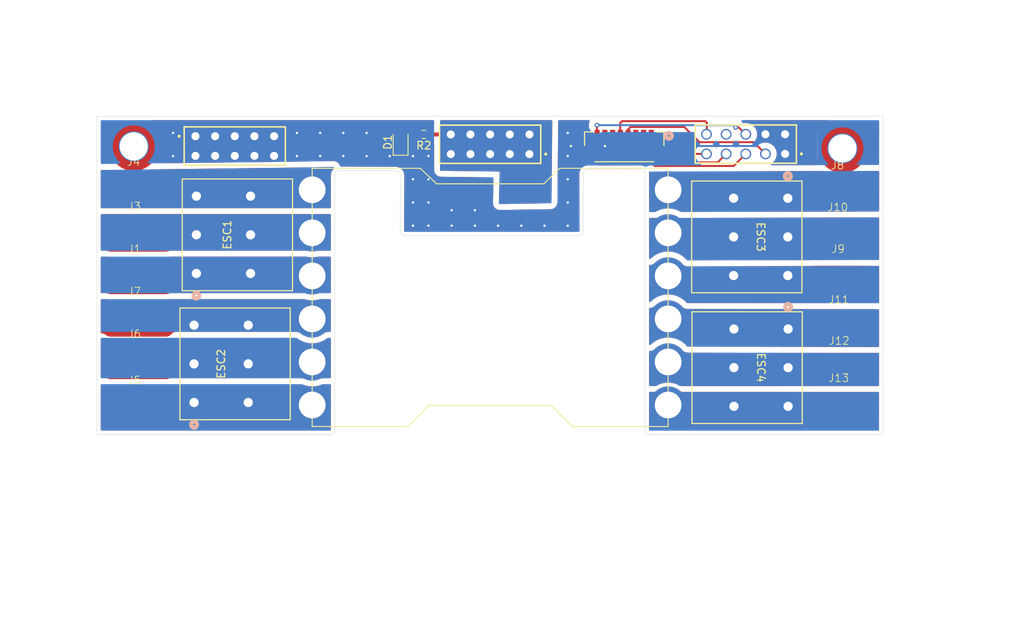
<source format=kicad_pcb>
(kicad_pcb (version 20240108) (generator "pcbnew") (generator_version "8.0")
  (layers (0 "F.Cu" signal) (31 "B.Cu" signal) (34 "B.Paste" user) (35 "F.Paste" user) (36 "B.SilkS" user "B.Silkscreen") (37 "F.SilkS" user "F.Silkscreen") (38 "B.Mask" user) (39 "F.Mask" user) (44 "Edge.Cuts" user))
  (net 0 "")
  (net 1 "ESC1B")
  (net 2 "ESC1A")
  (net 3 "ESC1C")
  (net 4 "ESC2A")
  (net 5 "ESC2C")
  (net 6 "ESC2B")
  (net 7 "ESC3A")
  (net 8 "ESC3B")
  (net 9 "ESC3C")
  (net 10 "ESC4A")
  (net 11 "+12V")
  (net 12 "GND")
  (net 13 "ESC4C")
  (net 14 "ESC4B")
  (net 15 "Net-(D1-Pad2)")
  (net 16 "PWM4")
  (net 17 "PWM2")
  (net 18 "PWM1")
  (net 19 "PWM3")
  (net 20 "Telemetry")
  (net 21 "+5V")
  (footprint "pad for esc connectors:Pad for ESC Adapter" (layer "F.Cu") (at 112.5 92.5)
    (property "Reference" "J3" (at -0.5 -4 0) (layer "F.SilkS") (effects (font (thickness 0.1))))
    (property "Value" "Pad for ESC")
    (pad "1" smd roundrect (at 0 0 90) (size 3.683 9.017) (layers "F.Cu" "F.Paste" "F.Mask") (net 1 "ESC1B"))
  )
  (footprint "pad for esc connectors:Pad for ESC Adapter" (layer "F.Cu") (at 203.54 104.57)
    (property "Reference" "J11" (at -0.5 -4 0) (layer "F.SilkS") (effects (font (thickness 0.1))))
    (property "Value" "Pad for ESC")
    (pad "1" smd roundrect (at 0 0 90) (size 3.683 9.017) (layers "F.Cu" "F.Paste" "F.Mask") (net 10 "ESC4A"))
  )
  (footprint "pad for esc connectors:Pad for ESC Adapter" (layer "F.Cu") (at 203.44 98.02)
    (property "Reference" "J9" (at -0.5 -4 0) (layer "F.SilkS") (effects (font (thickness 0.1))))
    (property "Value" "Pad for ESC")
    (pad "1" smd roundrect (at 0 0 90) (size 3.683 9.017) (layers "F.Cu" "F.Paste" "F.Mask") (net 9 "ESC3C"))
  )
  (footprint "Mounting Holes:6 32 Hole" (layer "F.Cu") (at 111.91 80.74)
    (property "Reference" "REF**" (hide yes))
    (property "Value" "6 32 Hole")
    (pad "1" thru_hole circle (at 0 0) (size 3.9 3.9) (drill 3.6576) (layers "*.Cu" "*.Mask"))
    (pad "1" connect circle (at 0 0) (size 6.35 6.35) (layers "F.Cu" "F.Mask"))
  )
  (footprint "Resistor_SMD:R_0603_1608Metric" (layer "F.Cu") (at 149.4 79.2 180)
    (property "Reference" "R2" (at 0 -1.43 360) (layer "F.SilkS"))
    (property "Value" "1K Ω")
    (fp_line (start -0.237258 0.5225) (end 0.237258 0.5225) (stroke (width 0.12)) (layer "F.SilkS"))
    (fp_line (start -0.237258 -0.5225) (end 0.237258 -0.5225) (stroke (width 0.12)) (layer "F.SilkS"))
    (pad "1" smd roundrect (at -0.825 0 180) (size 0.8 0.95) (layers "F.Cu" "F.Paste" "F.Mask") (net 11 "+12V"))
    (pad "2" smd roundrect (at 0.825 0 180) (size 0.8 0.95) (layers "F.Cu" "F.Paste" "F.Mask") (net 15 "Net-(D1-Pad2)"))
  )
  (footprint "Mounting Holes:6 32 Hole" (layer "F.Cu") (at 203.5 81)
    (property "Reference" "REF**" (hide yes))
    (property "Value" "6 32 Hole")
    (pad "1" thru_hole circle (at 0 0) (size 3.9 3.9) (drill 3.6576) (layers "*.Cu" "*.Mask"))
    (pad "1" connect circle (at 0 0) (size 6.35 6.35) (layers "F.Cu" "F.Mask"))
  )
  (footprint "KiCADv6:CONN3_1824750000_WED" (layer "F.Cu") (at 119.71 113.87 90)
    (property "Reference" "ESC2" (at 5 3.500001 90) (layer "F.SilkS"))
    (property "Value" "1824750000" (hide yes))
    (fp_circle (center -2.8613 0) (end -2.4803 0) (stroke (width 0.508)) (fill none) (layer "B.SilkS"))
    (fp_line (start 12.2263 -1.826999) (end -2.2263 -1.826999) (stroke (width 0.1524)) (layer "F.SilkS"))
    (fp_line (start -2.2263 -1.826999) (end -2.2263 12.422401) (stroke (width 0.1524)) (layer "F.SilkS"))
    (fp_line (start 12.2263 12.422401) (end 12.2263 -1.826999) (stroke (width 0.1524)) (layer "F.SilkS"))
    (fp_line (start -2.2263 12.422401) (end 12.2263 12.422401) (stroke (width 0.1524)) (layer "F.SilkS"))
    (fp_circle (center -2.8613 0) (end -2.4803 0) (stroke (width 0.508)) (fill none) (layer "F.SilkS"))
    (pad "1" thru_hole circle (at 0 0 90) (size 1.7018 1.7018) (drill 1.1938) (layers "*.Cu" "*.Mask") (net 5 "ESC2C"))
    (pad "2" thru_hole circle (at 0 7.000001 90) (size 1.7018 1.7018) (drill 1.1938) (layers "*.Cu" "*.Mask") (net 5 "ESC2C"))
    (pad "3" thru_hole circle (at 5 0 90) (size 1.7018 1.7018) (drill 1.1938) (layers "*.Cu" "*.Mask") (net 6 "ESC2B"))
    (pad "4" thru_hole circle (at 5 7.000001 90) (size 1.7018 1.7018) (drill 1.1938) (layers "*.Cu" "*.Mask") (net 6 "ESC2B"))
    (pad "5" thru_hole circle (at 10 0 90) (size 1.7018 1.7018) (drill 1.1938) (layers "*.Cu" "*.Mask") (net 4 "ESC2A"))
    (pad "6" thru_hole circle (at 10 7.000001 90) (size 1.7018 1.7018) (drill 1.1938) (layers "*.Cu" "*.Mask") (net 4 "ESC2A"))
  )
  (footprint "KiCADv6:CONN3_1824750000_WED" (layer "F.Cu") (at 120.01 97.18 90)
    (property "Reference" "ESC1" (at 5 3.99 90) (layer "F.SilkS"))
    (property "Value" "1824750000" (hide yes))
    (fp_circle (center -2.8613 0) (end -2.4803 0) (stroke (width 0.508)) (fill none) (layer "B.SilkS"))
    (fp_line (start 12.2263 -1.826999) (end -2.2263 -1.826999) (stroke (width 0.1524)) (layer "F.SilkS"))
    (fp_line (start -2.2263 -1.826999) (end -2.2263 12.422401) (stroke (width 0.1524)) (layer "F.SilkS"))
    (fp_line (start 12.2263 12.422401) (end 12.2263 -1.826999) (stroke (width 0.1524)) (layer "F.SilkS"))
    (fp_line (start -2.2263 12.422401) (end 12.2263 12.422401) (stroke (width 0.1524)) (layer "F.SilkS"))
    (fp_circle (center -2.8613 0) (end -2.4803 0) (stroke (width 0.508)) (fill none) (layer "F.SilkS"))
    (pad "1" thru_hole circle (at 0 0 90) (size 1.7018 1.7018) (drill 1.1938) (layers "*.Cu" "*.Mask") (net 3 "ESC1C"))
    (pad "2" thru_hole circle (at 0 7.000001 90) (size 1.7018 1.7018) (drill 1.1938) (layers "*.Cu" "*.Mask") (net 3 "ESC1C"))
    (pad "3" thru_hole circle (at 5 0 90) (size 1.7018 1.7018) (drill 1.1938) (layers "*.Cu" "*.Mask") (net 1 "ESC1B"))
    (pad "4" thru_hole circle (at 5 7.000001 90) (size 1.7018 1.7018) (drill 1.1938) (layers "*.Cu" "*.Mask") (net 1 "ESC1B"))
    (pad "5" thru_hole circle (at 10 0 90) (size 1.7018 1.7018) (drill 1.1938) (layers "*.Cu" "*.Mask") (net 2 "ESC1A"))
    (pad "6" thru_hole circle (at 10 7.000001 90) (size 1.7018 1.7018) (drill 1.1938) (layers "*.Cu" "*.Mask") (net 2 "ESC1A"))
  )
  (footprint "Custom:PWM, 12V, GND JST Connector" (layer "F.Cu") (at 157.97 80.47)
    (property "Reference" "J2" (hide yes))
    (property "Value" "PWM Connector")
    (fp_line (start -39.54 -2.25) (end -26.46 -2.25) (stroke (width 0.2)) (layer "F.SilkS"))
    (fp_line (start -39.54 2.7) (end -39.54 -2.25) (stroke (width 0.2)) (layer "F.SilkS"))
    (fp_line (start -39.54 2.7) (end -26.46 2.7) (stroke (width 0.2)) (layer "F.SilkS"))
    (fp_line (start -26.46 -2.25) (end -26.46 2.7) (stroke (width 0.2)) (layer "F.SilkS"))
    (fp_line (start -6.54 2.475) (end -6.54 -2.475) (stroke (width 0.2)) (layer "F.SilkS"))
    (fp_line (start 6.54 -2.475) (end -6.54 -2.475) (stroke (width 0.2)) (layer "F.SilkS"))
    (fp_line (start 6.54 -2.475) (end 6.54 2.475) (stroke (width 0.2)) (layer "F.SilkS"))
    (fp_line (start 6.54 2.475) (end -6.54 2.475) (stroke (width 0.2)) (layer "F.SilkS"))
    (fp_line (start 26.5 2.45) (end 26.5 -2.5) (stroke (width 0.2)) (layer "F.SilkS"))
    (fp_line (start 39.58 -2.5) (end 26.5 -2.5) (stroke (width 0.2)) (layer "F.SilkS"))
    (fp_line (start 39.58 -2.5) (end 39.58 2.45) (stroke (width 0.2)) (layer "F.SilkS"))
    (fp_line (start 39.58 2.45) (end 26.5 2.45) (stroke (width 0.2)) (layer "F.SilkS"))
    (fp_circle (center -40.19 -1.045) (end -40.29 -1.045) (stroke (width 0.2)) (fill none) (layer "F.SilkS"))
    (fp_circle (center 7.19 1.27) (end 7.29 1.27) (stroke (width 0.2)) (fill none) (layer "F.SilkS"))
    (fp_circle (center 40.23 1.245) (end 40.33 1.245) (stroke (width 0.2)) (fill none) (layer "F.SilkS"))
    (pad "01" thru_hole circle (at -5.08 -1.27) (size 1.39 1.39) (drill 1.04) (layers "*.Cu" "*.Mask") (net 11 "+12V"))
    (pad "01" thru_hole circle (at -5.08 1.27) (size 1.39 1.39) (drill 1.04) (layers "*.Cu" "*.Mask") (net 11 "+12V"))
    (pad "01" thru_hole circle (at -2.54 -1.27) (size 1.39 1.39) (drill 1.04) (layers "*.Cu" "*.Mask") (net 11 "+12V"))
    (pad "01" thru_hole circle (at -2.54 1.27) (size 1.39 1.39) (drill 1.04) (layers "*.Cu" "*.Mask") (net 11 "+12V"))
    (pad "01" thru_hole circle (at 0 -1.27) (size 1.39 1.39) (drill 1.04) (layers "*.Cu" "*.Mask") (net 11 "+12V"))
    (pad "01" thru_hole circle (at 0 1.27) (size 1.39 1.39) (drill 1.04) (layers "*.Cu" "*.Mask") (net 11 "+12V"))
    (pad "01" thru_hole circle (at 2.54 -1.27) (size 1.39 1.39) (drill 1.04) (layers "*.Cu" "*.Mask") (net 11 "+12V"))
    (pad "01" thru_hole circle (at 2.54 1.27) (size 1.39 1.39) (drill 1.04) (layers "*.Cu" "*.Mask") (net 11 "+12V"))
    (pad "01" thru_hole circle (at 5.08 -1.27) (size 1.39 1.39) (drill 1.04) (layers "*.Cu" "*.Mask") (net 11 "+12V"))
    (pad "01" thru_hole rect (at 5.08 1.27) (size 1.39 1.39) (drill 1.04) (layers "*.Cu" "*.Mask") (net 11 "+12V"))
    (pad "03" thru_hole rect (at -38.08 -1.045 180) (size 1.39 1.39) (drill 1.04) (layers "*.Cu" "*.Mask") (net 12 "GND"))
    (pad "03" thru_hole circle (at -38.08 1.495 180) (size 1.39 1.39) (drill 1.04) (layers "*.Cu" "*.Mask") (net 12 "GND"))
    (pad "03" thru_hole circle (at -35.54 -1.045 180) (size 1.39 1.39) (drill 1.04) (layers "*.Cu" "*.Mask") (net 12 "GND"))
    (pad "03" thru_hole circle (at -35.54 1.495 180) (size 1.39 1.39) (drill 1.04) (layers "*.Cu" "*.Mask") (net 12 "GND"))
    (pad "03" thru_hole circle (at -33 -1.045 180) (size 1.39 1.39) (drill 1.04) (layers "*.Cu" "*.Mask") (net 12 "GND"))
    (pad "03" thru_hole circle (at -33 1.495 180) (size 1.39 1.39) (drill 1.04) (layers "*.Cu" "*.Mask") (net 12 "GND"))
    (pad "03" thru_hole circle (at -30.46 -1.045 180) (size 1.39 1.39) (drill 1.04) (layers "*.Cu" "*.Mask") (net 12 "GND"))
    (pad "03" thru_hole circle (at -30.46 1.495 180) (size 1.39 1.39) (drill 1.04) (layers "*.Cu" "*.Mask") (net 12 "GND"))
    (pad "03" thru_hole circle (at -27.92 -1.045 180) (size 1.39 1.39) (drill 1.04) (layers "*.Cu" "*.Mask") (net 12 "GND"))
    (pad "03" thru_hole circle (at -27.92 1.495 180) (size 1.39 1.39) (drill 1.04) (layers "*.Cu" "*.Mask") (net 12 "GND"))
    (pad "03" thru_hole circle (at 35.58 -1.295) (size 1.39 1.39) (drill 1.04) (layers "*.Cu" "*.Mask") (net 12 "GND"))
    (pad "03" thru_hole circle (at 38.12 -1.295) (size 1.39 1.39) (drill 1.04) (layers "*.Cu" "*.Mask") (net 12 "GND"))
    (pad "03" thru_hole rect (at 38.12 1.245) (size 1.39 1.39) (drill 1.04) (layers "*.Cu" "*.Mask") (net 12 "GND"))
    (pad "04" thru_hole circle (at 35.58 1.245) (size 1.39 1.39) (drill 1.04) (layers "*.Cu" "*.Mask") (net 18 "PWM1"))
    (pad "05" thru_hole circle (at 33.04 -1.295) (size 1.39 1.39) (drill 1.04) (layers "*.Cu" "*.Mask") (net 20 "Telemetry"))
    (pad "06" thru_hole circle (at 33.04 1.245) (size 1.39 1.39) (drill 1.04) (layers "*.Cu" "*.Mask") (net 17 "PWM2"))
    (pad "07" thru_hole circle (at 30.5 -1.295) (size 1.39 1.39) (drill 1.04) (layers "*.Cu" "*.Mask"))
    (pad "08" thru_hole circle (at 30.5 1.245) (size 1.39 1.39) (drill 1.04) (layers "*.Cu" "*.Mask") (net 19 "PWM3"))
    (pad "09" thru_hole circle (at 27.96 -1.295) (size 1.39 1.39) (drill 1.04) (layers "*.Cu" "*.Mask") (net 21 "+5V"))
    (pad "10" thru_hole circle (at 27.96 1.245) (size 1.39 1.39) (drill 1.04) (layers "*.Cu" "*.Mask") (net 16 "PWM4"))
  )
  (footprint "pad for esc connectors:Pad for ESC Adapter" (layer "F.Cu") (at 203.4 92.61)
    (property "Reference" "J10" (at -0.5 -4 0) (layer "F.SilkS") (effects (font (thickness 0.1))))
    (property "Value" "Pad for ESC")
    (pad "1" smd roundrect (at 0 0 90) (size 3.683 9.017) (layers "F.Cu" "F.Paste" "F.Mask") (net 8 "ESC3B"))
  )
  (footprint "LUMENIER:LUMENIER" (layer "F.Cu") (at 134.975 116.975)
    (property "Reference" "ESC5" (hide yes))
    (property "Value" "LUMENIER")
    (fp_line (start 0 -33.4) (end 0 0) (stroke (width 0.127)) (layer "F.SilkS"))
    (fp_line (start 0 -33.4) (end 13.97 -33.4) (stroke (width 0.127)) (layer "F.SilkS"))
    (fp_line (start 0 0) (end 12.38 0) (stroke (width 0.127)) (layer "F.SilkS"))
    (fp_line (start 12.38 0) (end 15.05 -2.7) (stroke (width 0.127)) (layer "F.SilkS"))
    (fp_line (start 13.97 -33.4) (end 16.08 -31.39) (stroke (width 0.127)) (layer "F.SilkS"))
    (fp_line (start 15.05 -2.7) (end 16.51 -2.7) (stroke (width 0.127)) (layer "F.SilkS"))
    (fp_line (start 16.08 -31.39) (end 16.77 -31.39) (stroke (width 0.127)) (layer "F.SilkS"))
    (fp_line (start 16.51 -2.7) (end 27.94 -2.7) (stroke (width 0.127)) (layer "F.SilkS"))
    (fp_line (start 16.77 -31.39) (end 20.25 -31.39) (stroke (width 0.127)) (layer "F.SilkS"))
    (fp_line (start 20.25 -31.39) (end 29.93 -31.39) (stroke (width 0.127)) (layer "F.SilkS"))
    (fp_line (start 27.94 -2.7) (end 30.95 -2.7) (stroke (width 0.127)) (layer "F.SilkS"))
    (fp_line (start 29.93 -31.39) (end 31.98 -33.4) (stroke (width 0.127)) (layer "F.SilkS"))
    (fp_line (start 30.95 -2.7) (end 33.62 0) (stroke (width 0.127)) (layer "F.SilkS"))
    (fp_line (start 31.98 -33.4) (end 46 -33.4) (stroke (width 0.127)) (layer "F.SilkS"))
    (fp_line (start 33.62 0) (end 46 0) (stroke (width 0.127)) (layer "F.SilkS"))
    (fp_line (start 46 0) (end 46 -33.4) (stroke (width 0.127)) (layer "F.SilkS"))
    (pad "1" thru_hole circle (at 0 -30.62) (size 4.8 4.8) (drill 3.4544) (layers "*.Cu" "*.Mask") (net 2 "ESC1A"))
    (pad "2" thru_hole circle (at 0 -25.05) (size 4.8 4.8) (drill 3.4544) (layers "*.Cu" "*.Mask") (net 1 "ESC1B"))
    (pad "3" thru_hole circle (at 0 -19.48) (size 4.8 4.8) (drill 3.4544) (layers "*.Cu" "*.Mask") (net 3 "ESC1C"))
    (pad "4" thru_hole circle (at 0 -13.92) (size 4.8 4.8) (drill 3.4544) (layers "*.Cu" "*.Mask") (net 4 "ESC2A"))
    (pad "5" thru_hole circle (at 0 -8.35) (size 4.8 4.8) (drill 3.4544) (layers "*.Cu" "*.Mask") (net 6 "ESC2B"))
    (pad "6" thru_hole circle (at 0 -2.78) (size 4.8 4.8) (drill 3.4544) (layers "*.Cu" "*.Mask") (net 5 "ESC2C"))
    (pad "7" thru_hole circle (at 46 -2.78) (size 4.8 4.8) (drill 3.4544) (layers "*.Cu" "*.Mask") (net 13 "ESC4C"))
    (pad "8" thru_hole circle (at 46 -8.35) (size 4.8 4.8) (drill 3.4544) (layers "*.Cu" "*.Mask") (net 14 "ESC4B"))
    (pad "9" thru_hole circle (at 46 -13.92) (size 4.8 4.8) (drill 3.4544) (layers "*.Cu" "*.Mask") (net 10 "ESC4A"))
    (pad "10" thru_hole circle (at 46 -19.48) (size 4.8 4.8) (drill 3.4544) (layers "*.Cu" "*.Mask") (net 9 "ESC3C"))
    (pad "11" thru_hole circle (at 46 -25.05) (size 4.8 4.8) (drill 3.4544) (layers "*.Cu" "*.Mask") (net 8 "ESC3B"))
    (pad "12" thru_hole circle (at 46 -30.62) (size 4.8 4.8) (drill 3.4544) (layers "*.Cu" "*.Mask") (net 7 "ESC3A"))
    (pad "GND" smd rect (at 18.51 -30.37) (size 4 2) (layers "F.Cu" "F.Paste" "F.Mask") (net 12 "GND"))
    (pad "VIN" smd rect (at 27.49 -30.37) (size 4 2) (layers "F.Cu" "F.Paste" "F.Mask") (net 11 "+12V"))
  )
  (footprint "pad for esc connectors:Pad for ESC Adapter" (layer "F.Cu") (at 112.5 98)
    (property "Reference" "J1" (at -0.5 -4 0) (layer "F.SilkS") (effects (font (thickness 0.1))))
    (property "Value" "Pad for ESC")
    (pad "1" smd roundrect (at 0 0 90) (size 3.683 9.017) (layers "F.Cu" "F.Paste" "F.Mask") (net 3 "ESC1C"))
  )
  (footprint "Custom:CONN_BM08B-SRSS-TBLFSN_JST" (layer "F.Cu") (at 175.3 80.8)
    (property "Reference" "BM08B-SRSS-TBLFSN1" (hide yes))
    (property "Value" "ESC Port" (hide yes))
    (fp_circle (center 5.7658 -1.4284) (end 6.1468 -1.4284) (stroke (width 0.508)) (fill none) (layer "B.SilkS"))
    (fp_line (start -5.1308 -1.9304) (end -5.1308 -0.188641) (stroke (width 0.1524)) (layer "F.SilkS"))
    (fp_line (start -4.162941 -1.9304) (end -5.1308 -1.9304) (stroke (width 0.1524)) (layer "F.SilkS"))
    (fp_line (start -3.819561 1.9304) (end 3.819561 1.9304) (stroke (width 0.1524)) (layer "F.SilkS"))
    (fp_line (start 5.1308 -1.9304) (end 4.162941 -1.9304) (stroke (width 0.1524)) (layer "F.SilkS"))
    (fp_line (start 5.1308 -0.188641) (end 5.1308 -1.9304) (stroke (width 0.1524)) (layer "F.SilkS"))
    (fp_circle (center 5.7658 -1.4284) (end 6.1468 -1.4284) (stroke (width 0.508)) (fill none) (layer "F.SilkS"))
    (pad "1" smd rect (at 3.500001 -1.4284) (size 0.6604 1.5494) (layers "F.Cu" "F.Paste" "F.Mask") (net 16 "PWM4"))
    (pad "2" smd rect (at 2.5 -1.4284) (size 0.6604 1.5494) (layers "F.Cu" "F.Paste" "F.Mask") (net 19 "PWM3"))
    (pad "3" smd rect (at 1.5 -1.4284) (size 0.6604 1.5494) (layers "F.Cu" "F.Paste" "F.Mask") (net 17 "PWM2"))
    (pad "4" smd rect (at 0.499999 -1.4284) (size 0.6604 1.5494) (layers "F.Cu" "F.Paste" "F.Mask") (net 18 "PWM1"))
    (pad "5" smd rect (at -0.499999 -1.4284) (size 0.6604 1.5494) (layers "F.Cu" "F.Paste" "F.Mask") (net 21 "+5V"))
    (pad "6" smd rect (at -1.5 -1.4284) (size 0.6604 1.5494) (layers "F.Cu" "F.Paste" "F.Mask"))
    (pad "7" smd rect (at -2.5 -1.4284) (size 0.6604 1.5494) (layers "F.Cu" "F.Paste" "F.Mask") (net 12 "GND"))
    (pad "8" smd rect (at -3.500001 -1.4284) (size 0.6604 1.5494) (layers "F.Cu" "F.Paste" "F.Mask") (net 20 "Telemetry"))
    (pad "9" smd rect (at -4.800001 1.096599 90) (size 1.905 1.2954) (layers "F.Cu" "F.Paste" "F.Mask"))
    (pad "10" smd rect (at 4.800001 1.096599 90) (size 1.905 1.2954) (layers "F.Cu" "F.Paste" "F.Mask"))
  )
  (footprint "pad for esc connectors:Pad for ESC Adapter" (layer "F.Cu") (at 112.5 115)
    (property "Reference" "J5" (at -0.5 -4 0) (layer "F.SilkS") (effects (font (thickness 0.1))))
    (property "Value" "Pad for ESC")
    (pad "1" smd roundrect (at 0 0 90) (size 3.683 9.017) (layers "F.Cu" "F.Paste" "F.Mask") (net 5 "ESC2C"))
  )
  (footprint "pad for esc connectors:Pad for ESC Adapter" (layer "F.Cu") (at 112.39 86.75)
    (property "Reference" "J4" (at -0.5 -4 0) (layer "F.SilkS") (effects (font (thickness 0.1))))
    (property "Value" "Pad for ESC")
    (pad "1" smd roundrect (at 0 0 90) (size 3.683 9.017) (layers "F.Cu" "F.Paste" "F.Mask") (net 2 "ESC1A"))
  )
  (footprint "KiCADv6:CONN3_1824750000_WED" (layer "F.Cu") (at 196.480001 104.36 -90)
    (property "Reference" "ESC4" (at 5 3.500001 -90) (layer "F.SilkS"))
    (property "Value" "1824750000" (hide yes))
    (fp_circle (center -2.8613 0) (end -2.4803 0) (stroke (width 0.508)) (fill none) (layer "B.SilkS"))
    (fp_line (start -2.2263 12.422401) (end 12.2263 12.422401) (stroke (width 0.1524)) (layer "F.SilkS"))
    (fp_line (start 12.2263 12.422401) (end 12.2263 -1.826999) (stroke (width 0.1524)) (layer "F.SilkS"))
    (fp_line (start -2.2263 -1.826999) (end -2.2263 12.422401) (stroke (width 0.1524)) (layer "F.SilkS"))
    (fp_line (start 12.2263 -1.826999) (end -2.2263 -1.826999) (stroke (width 0.1524)) (layer "F.SilkS"))
    (fp_circle (center -2.8613 0) (end -2.4803 0) (stroke (width 0.508)) (fill none) (layer "F.SilkS"))
    (pad "1" thru_hole circle (at 0 0 270) (size 1.7018 1.7018) (drill 1.1938) (layers "*.Cu" "*.Mask") (net 10 "ESC4A"))
    (pad "2" thru_hole circle (at 0 7.000001 270) (size 1.7018 1.7018) (drill 1.1938) (layers "*.Cu" "*.Mask") (net 10 "ESC4A"))
    (pad "3" thru_hole circle (at 5 0 270) (size 1.7018 1.7018) (drill 1.1938) (layers "*.Cu" "*.Mask") (net 14 "ESC4B"))
    (pad "4" thru_hole circle (at 5 7.000001 270) (size 1.7018 1.7018) (drill 1.1938) (layers "*.Cu" "*.Mask") (net 14 "ESC4B"))
    (pad "5" thru_hole circle (at 10 0 270) (size 1.7018 1.7018) (drill 1.1938) (layers "*.Cu" "*.Mask") (net 13 "ESC4C"))
    (pad "6" thru_hole circle (at 10 7.000001 270) (size 1.7018 1.7018) (drill 1.1938) (layers "*.Cu" "*.Mask") (net 13 "ESC4C"))
  )
  (footprint "pad for esc connectors:Pad for ESC Adapter" (layer "F.Cu") (at 112.5 103.5)
    (property "Reference" "J7" (at -0.5 -4 0) (layer "F.SilkS") (effects (font (thickness 0.1))))
    (property "Value" "Pad for ESC")
    (pad "1" smd roundrect (at 0 0 90) (size 3.683 9.017) (layers "F.Cu" "F.Paste" "F.Mask") (net 4 "ESC2A"))
  )
  (footprint "Diode_SMD:D_0805_2012Metric" (layer "F.Cu") (at 146.4 80.2 90)
    (property "Reference" "D1" (at 0 -1.65 90) (layer "F.SilkS"))
    (property "Value" "RED LED")
    (fp_line (start 1 -0.96) (end -1.685 -0.96) (stroke (width 0.12)) (layer "F.SilkS"))
    (fp_line (start -1.685 -0.96) (end -1.685 0.96) (stroke (width 0.12)) (layer "F.SilkS"))
    (fp_line (start -1.685 0.96) (end 1 0.96) (stroke (width 0.12)) (layer "F.SilkS"))
    (pad "1" smd roundrect (at -0.9375 0 90) (size 0.975 1.4) (layers "F.Cu" "F.Paste" "F.Mask") (net 12 "GND"))
    (pad "2" smd roundrect (at 0.9375 0 90) (size 0.975 1.4) (layers "F.Cu" "F.Paste" "F.Mask") (net 15 "Net-(D1-Pad2)"))
  )
  (footprint "pad for esc connectors:Pad for ESC Adapter" (layer "F.Cu") (at 203.59 109.89)
    (property "Reference" "J12" (at -0.5 -4 0) (layer "F.SilkS") (effects (font (thickness 0.1))))
    (property "Value" "Pad for ESC")
    (pad "1" smd roundrect (at 0 0 90) (size 3.683 9.017) (layers "F.Cu" "F.Paste" "F.Mask") (net 14 "ESC4B"))
  )
  (footprint "pad for esc connectors:Pad for ESC Adapter" (layer "F.Cu") (at 203.53 114.7)
    (property "Reference" "J13" (at -0.5 -4 0) (layer "F.SilkS") (effects (font (thickness 0.1))))
    (property "Value" "Pad for ESC")
    (pad "1" smd roundrect (at 0 0 90) (size 3.683 9.017) (layers "F.Cu" "F.Paste" "F.Mask") (net 13 "ESC4C"))
  )
  (footprint "pad for esc connectors:Pad for ESC Adapter" (layer "F.Cu") (at 112.5 109)
    (property "Reference" "J6" (at -0.5 -4 0) (layer "F.SilkS") (effects (font (thickness 0.1))))
    (property "Value" "Pad for ESC")
    (pad "1" smd roundrect (at 0 0 90) (size 3.683 9.017) (layers "F.Cu" "F.Paste" "F.Mask") (net 6 "ESC2B"))
  )
  (footprint "KiCADv6:CONN3_1824750000_WED" (layer "F.Cu") (at 196.44 87.45 -90)
    (property "Reference" "ESC3" (at 5 3.500001 -90) (layer "F.SilkS"))
    (property "Value" "1824750000" (hide yes))
    (fp_circle (center -2.8613 0) (end -2.4803 0) (stroke (width 0.508)) (fill none) (layer "B.SilkS"))
    (fp_line (start -2.2263 12.422401) (end 12.2263 12.422401) (stroke (width 0.1524)) (layer "F.SilkS"))
    (fp_line (start 12.2263 12.422401) (end 12.2263 -1.826999) (stroke (width 0.1524)) (layer "F.SilkS"))
    (fp_line (start -2.2263 -1.826999) (end -2.2263 12.422401) (stroke (width 0.1524)) (layer "F.SilkS"))
    (fp_line (start 12.2263 -1.826999) (end -2.2263 -1.826999) (stroke (width 0.1524)) (layer "F.SilkS"))
    (fp_circle (center -2.8613 0) (end -2.4803 0) (stroke (width 0.508)) (fill none) (layer "F.SilkS"))
    (pad "1" thru_hole circle (at 0 0 270) (size 1.7018 1.7018) (drill 1.1938) (layers "*.Cu" "*.Mask") (net 7 "ESC3A"))
    (pad "2" thru_hole circle (at 0 7.000001 270) (size 1.7018 1.7018) (drill 1.1938) (layers "*.Cu" "*.Mask") (net 7 "ESC3A"))
    (pad "3" thru_hole circle (at 5 0 270) (size 1.7018 1.7018) (drill 1.1938) (layers "*.Cu" "*.Mask") (net 8 "ESC3B"))
    (pad "4" thru_hole circle (at 5 7.000001 270) (size 1.7018 1.7018) (drill 1.1938) (layers "*.Cu" "*.Mask") (net 8 "ESC3B"))
    (pad "5" thru_hole circle (at 10 0 270) (size 1.7018 1.7018) (drill 1.1938) (layers "*.Cu" "*.Mask") (net 9 "ESC3C"))
    (pad "6" thru_hole circle (at 10 7.000001 270) (size 1.7018 1.7018) (drill 1.1938) (layers "*.Cu" "*.Mask") (net 9 "ESC3C"))
  )
  (footprint "pad for esc connectors:Pad for ESC Adapter" (layer "F.Cu") (at 203.37 87.21)
    (property "Reference" "J8" (at -0.5 -4 0) (layer "F.SilkS") (effects (font (thickness 0.1))))
    (property "Value" "Pad for ESC")
    (pad "1" smd roundrect (at 0 0 90) (size 3.683 9.017) (layers "F.Cu" "F.Paste" "F.Mask") (net 7 "ESC3A"))
  )
  (gr_arc (start 137.884001 84.493935) (mid 138.068652 84.046191) (end 138.515336 83.85899) (stroke (width 0.05)) (layer "Edge.Cuts"))
  (gr_line (start 107.15 118) (end 107.15 76.852) (stroke (width 0.05)) (layer "Edge.Cuts"))
  (gr_arc (start 178.630105 118.005533) (mid 178.200862 117.824825) (end 178.01 117.4) (stroke (width 0.05)) (layer "Edge.Cuts"))
  (gr_line (start 170.03 91.64) (end 169.989186 84.355661) (stroke (width 0.05)) (layer "Edge.Cuts"))
  (gr_line (start 145.700525 83.887754) (end 138.515297 83.851833) (stroke (width 0.05)) (layer "Edge.Cuts"))
  (gr_line (start 178.016 84.343286) (end 178.01 117.4) (stroke (width 0.05)) (layer "Edge.Cuts"))
  (gr_line (start 137.249 118) (end 107.15 118) (stroke (width 0.05)) (layer "Edge.Cuts"))
  (gr_line (start 137.884 84.493154) (end 137.884 117.365) (stroke (width 0.05)) (layer "Edge.Cuts"))
  (gr_line (start 146.378901 84.508446) (end 146.361101 91.673115) (stroke (width 0.05)) (layer "Edge.Cuts"))
  (gr_arc (start 147 92.3) (mid 146.552514 92.117047) (end 146.361101 91.673115) (stroke (width 0.05)) (layer "Edge.Cuts"))
  (gr_line (start 178.63 118.01) (end 208.729 118.01) (stroke (width 0.05)) (layer "Edge.Cuts"))
  (gr_line (start 170.621311 83.718812) (end 177.378128 83.708291) (stroke (width 0.05)) (layer "Edge.Cuts"))
  (gr_arc (start 145.700525 83.887754) (mid 146.173901 84.051441) (end 146.3789 84.508446) (stroke (width 0.05)) (layer "Edge.Cuts"))
  (gr_line (start 208.729 118.01) (end 208.75 76.852) (stroke (width 0.05)) (layer "Edge.Cuts"))
  (gr_line (start 208.75 76.852) (end 107.15 76.852) (stroke (width 0.05)) (layer "Edge.Cuts"))
  (gr_arc (start 177.378128 83.708291) (mid 177.82901 83.893245) (end 178.016 84.343286) (stroke (width 0.05)) (layer "Edge.Cuts"))
  (gr_arc (start 137.884 117.365) (mid 137.698013 117.814013) (end 137.249 118) (stroke (width 0.05)) (layer "Edge.Cuts"))
  (gr_line (start 147 92.2952) (end 169.365004 92.295199) (stroke (width 0.05)) (layer "Edge.Cuts"))
  (gr_arc (start 169.989186 84.355661) (mid 170.173497 83.906478) (end 170.621311 83.718812) (stroke (width 0.05)) (layer "Edge.Cuts"))
  (gr_arc (start 170.03 91.64) (mid 169.824767 92.102394) (end 169.355779 92.292075) (stroke (width 0.05)) (layer "Edge.Cuts"))
  (segment (start 133.97 108) (end 134.99 109.02) (width 0.2) (layer "F.Cu") (net 6))
  (segment (start 182.1972 87.9572) (end 180.99 86.75) (width 0.2) (layer "F.Cu") (net 7))
  (segment (start 181.662801 104.122801) (end 180.99 103.45) (width 0.2) (layer "F.Cu") (net 10))
  (segment (start 152.89 79.2) (end 150.225 79.2) (width 0.508) (layer "F.Cu") (net 11))
  (segment (start 172.8 80.7) (end 172.8 79.3716) (width 0.254) (layer "F.Cu") (net 12))
  (segment (start 153.41 86.69) (end 152.22 86.69) (width 0.254) (layer "F.Cu") (net 12))
  (via (at 136 82) (size 0.6) (drill 0.3) (layers "F.Cu" "B.Cu") (net 12))
  (via (at 150 82) (size 0.6) (drill 0.3) (layers "F.Cu" "B.Cu") (net 12))
  (via (at 153 89) (size 0.6) (drill 0.3) (layers "F.Cu" "B.Cu") (net 12))
  (via (at 139 82) (size 0.6) (drill 0.3) (layers "F.Cu" "B.Cu") (net 12))
  (via (at 133 79) (size 0.6) (drill 0.3) (layers "F.Cu" "B.Cu") (net 12))
  (via (at 148 88) (size 0.6) (drill 0.3) (layers "F.Cu" "B.Cu") (net 12))
  (via (at 156 91) (size 0.6) (drill 0.3) (layers "F.Cu" "B.Cu") (net 12))
  (via (at 168 85) (size 0.6) (drill 0.3) (layers "F.Cu" "B.Cu") (net 12))
  (via (at 150 88) (size 0.6) (drill 0.3) (layers "F.Cu" "B.Cu") (net 12))
  (via (at 148 82) (size 0.6) (drill 0.3) (layers "F.Cu" "B.Cu") (net 12))
  (via (at 168 82) (size 0.6) (drill 0.3) (layers "F.Cu" "B.Cu") (net 12))
  (via (at 168 88) (size 0.6) (drill 0.3) (layers "F.Cu" "B.Cu") (net 12))
  (via (at 117 79) (size 0.6) (drill 0.3) (layers "F.Cu" "B.Cu") (net 12))
  (via (at 148 85) (size 0.6) (drill 0.3) (layers "F.Cu" "B.Cu") (net 12))
  (via (at 142 82) (size 0.6) (drill 0.3) (layers "F.Cu" "B.Cu") (net 12))
  (via (at 162 91) (size 0.6) (drill 0.3) (layers "F.Cu" "B.Cu") (net 12))
  (via (at 153 91) (size 0.6) (drill 0.3) (layers "F.Cu" "B.Cu") (net 12))
  (via (at 168 91) (size 0.6) (drill 0.3) (layers "F.Cu" "B.Cu") (net 12))
  (via (at 156 89) (size 0.6) (drill 0.3) (layers "F.Cu" "B.Cu") (net 12))
  (via (at 139 79) (size 0.6) (drill 0.3) (layers "F.Cu" "B.Cu") (net 12))
  (via (at 136 79) (size 0.6) (drill 0.3) (layers "F.Cu" "B.Cu") (net 12))
  (via (at 148 91) (size 0.6) (drill 0.3) (layers "F.Cu" "B.Cu") (net 12))
  (via (at 165 91) (size 0.6) (drill 0.3) (layers "F.Cu" "B.Cu") (net 12))
  (via (at 133 82) (size 0.6) (drill 0.3) (layers "F.Cu" "B.Cu") (net 12))
  (via (at 168 79) (size 0.6) (drill 0.3) (layers "F.Cu" "B.Cu") (net 12))
  (via (at 150 91) (size 0.6) (drill 0.3) (layers "F.Cu" "B.Cu") (net 12))
  (via (at 145 82) (size 0.6) (drill 0.3) (layers "F.Cu" "B.Cu") (net 12))
  (via (at 159 91) (size 0.6) (drill 0.3) (layers "F.Cu" "B.Cu") (net 12))
  (via (at 150 85) (size 0.6) (drill 0.3) (layers "F.Cu" "B.Cu") (net 12))
  (via (at 117 82) (size 0.6) (drill 0.3) (layers "F.Cu" "B.Cu") (net 12))
  (via (at 168.4 80.7) (size 0.6) (drill 0.3) (layers "F.Cu" "B.Cu") (net 12))
  (via (at 142 79) (size 0.6) (drill 0.3) (layers "F.Cu" "B.Cu") (net 12))
  (via (at 172.8 80.7) (size 0.6) (drill 0.3) (layers "F.Cu" "B.Cu") (net 12))
  (segment (start 172.793 80.693) (end 168.507 80.693) (width 0.254) (layer "B.Cu") (net 12))
  (segment (start 193.55 79.175) (end 192.032 80.693) (width 0.254) (layer "B.Cu") (net 12))
  (segment (start 168.4 80.7) (end 168.4 80.8) (width 0.254) (layer "B.Cu") (net 12))
  (segment (start 192.032 80.693) (end 172.807 80.693) (width 0.254) (layer "B.Cu") (net 12))
  (segment (start 168.507 80.693) (end 168.5 80.7) (width 0.254) (layer "B.Cu") (net 12))
  (segment (start 168.5 80.7) (end 168.4 80.7) (width 0.254) (layer "B.Cu") (net 12))
  (segment (start 168.4 80.8) (end 168.5 80.7) (width 0.254) (layer "B.Cu") (net 12))
  (segment (start 172.8 80.7) (end 172.793 80.693) (width 0.254) (layer "B.Cu") (net 12))
  (segment (start 172.807 80.693) (end 172.8 80.7) (width 0.254) (layer "B.Cu") (net 12))
  (segment (start 148.575 79.2) (end 146.4625 79.2) (width 0.508) (layer "F.Cu") (net 15))
  (segment (start 146.4625 79.2) (end 146.4 79.2625) (width 0.508) (layer "F.Cu") (net 15))
  (segment (start 181.935 79.335) (end 183 80.4) (width 0.254) (layer "F.Cu") (net 16))
  (segment (start 183 81.2) (end 183.515 81.715) (width 0.254) (layer "F.Cu") (net 16))
  (segment (start 178.780001 79.335) (end 181.935 79.335) (width 0.254) (layer "F.Cu") (net 16))
  (segment (start 183.515 81.715) (end 185.93 81.715) (width 0.254) (layer "F.Cu") (net 16))
  (segment (start 183 80.4) (end 183 81.2) (width 0.254) (layer "F.Cu") (net 16))
  (segment (start 191.01 81.715) (end 189.449 83.276) (width 0.254) (layer "F.Cu") (net 17))
  (segment (start 179.241802 83.276) (end 176.78 80.814198) (width 0.254) (layer "F.Cu") (net 17))
  (segment (start 189.449 83.276) (end 179.241802 83.276) (width 0.254) (layer "F.Cu") (net 17))
  (segment (start 176.78 80.814198) (end 176.78 79.335) (width 0.254) (layer "F.Cu") (net 17))
  (segment (start 175.779999 79.335) (end 175.779999 78.576101) (width 0.254) (layer "F.Cu") (net 18))
  (segment (start 183.055353 78.2333) (end 185.022053 80.2) (width 0.254) (layer "F.Cu") (net 18))
  (segment (start 176.1228 78.2333) (end 183.055353 78.2333) (width 0.254) (layer "F.Cu") (net 18))
  (segment (start 185.022053 80.2) (end 192.035 80.2) (width 0.254) (layer "F.Cu") (net 18))
  (segment (start 192.035 80.2) (end 193.55 81.715) (width 0.254) (layer "F.Cu") (net 18))
  (segment (start 175.779999 78.576101) (end 176.1228 78.2333) (width 0.254) (layer "F.Cu") (net 18))
  (segment (start 177.78 79.335) (end 177.78 79.9278) (width 0.254) (layer "F.Cu") (net 19))
  (segment (start 187.363 82.822) (end 188.47 81.715) (width 0.254) (layer "F.Cu") (net 19))
  (segment (start 183.6 82.822) (end 187.363 82.822) (width 0.254) (layer "F.Cu") (net 19))
  (segment (start 178.3522 80.5) (end 181.278 80.5) (width 0.254) (layer "F.Cu") (net 19))
  (segment (start 181.278 80.5) (end 183.6 82.822) (width 0.254) (layer "F.Cu") (net 19))
  (segment (start 177.78 79.9278) (end 178.3522 80.5) (width 0.254) (layer "F.Cu") (net 19))
  (segment (start 190.1 78.3) (end 191.06 79.26) (width 0.254) (layer "F.Cu") (net 20))
  (segment (start 171.78 78) (end 171.78 79.334999) (width 0.254) (layer "F.Cu") (net 20))
  (segment (start 171.78 79.334999) (end 171.779999 79.335) (width 0.254) (layer "F.Cu") (net 20))
  (segment (start 189.7 78.3) (end 190.1 78.3) (width 0.254) (layer "F.Cu") (net 20))
  (via (at 189.7 78.3) (size 0.6) (drill 0.3) (layers "F.Cu" "B.Cu") (net 20))
  (via (at 171.78 78) (size 0.6) (drill 0.3) (layers "F.Cu" "B.Cu") (net 20))
  (segment (start 189.7 78.3) (end 189.4 78) (width 0.254) (layer "B.Cu") (net 20))
  (segment (start 189.4 78) (end 171.78 78) (width 0.254) (layer "B.Cu") (net 20))
  (segment (start 185.98 79.26) (end 185.98 77.68) (width 0.254) (layer "F.Cu") (net 21))
  (segment (start 175.021 77.479) (end 174.780001 77.719999) (width 0.254) (layer "F.Cu") (net 21))
  (segment (start 185.779 77.479) (end 175.021 77.479) (width 0.254) (layer "F.Cu") (net 21))
  (segment (start 174.780001 77.719999) (end 174.780001 79.335) (width 0.254) (layer "F.Cu") (net 21))
  (segment (start 185.98 77.68) (end 185.779 77.479) (width 0.254) (layer "F.Cu") (net 21))
  (zone (net 2) (net_name "ESC1A") (layers "F&B.Cu") (priority 2) (connect_pads yes (clearance 0.762)) (min_thickness 0.25) (fill yes (thermal_gap 0.762) (thermal_bridge_width 0.762))
    (polygon (pts (xy 107 83.8) (xy 131.8 83.5) (xy 138 83.4) (xy 138 89.5) (xy 107 89.5)))
  )
  (zone (net 3) (net_name "ESC1C") (layers "F&B.Cu") (priority 3) (connect_pads yes (clearance 0.762)) (min_thickness 0.25) (fill yes (thermal_gap 0.5) (thermal_bridge_width 0.5))
    (polygon (pts (xy 107 95) (xy 107 100.5) (xy 138 100.5) (xy 138 95)))
  )
  (zone (net 7) (net_name "ESC3A") (layers "F&B.Cu") (priority 7) (connect_pads yes (clearance 0.762)) (min_thickness 0.25) (fill yes (thermal_gap 0.5) (thermal_bridge_width 0.5))
    (polygon (pts (xy 178 84) (xy 208.6 83.91) (xy 208.6 89.91) (xy 178 90)))
  )
  (zone (net 11) (net_name "+12V") (layers "F&B.Cu") (priority 8) (connect_pads yes (clearance 0.762)) (min_thickness 0.25) (fill yes (thermal_gap 0.5) (thermal_bridge_width 0.5))
    (polygon (pts (xy 151.5 83.9) (xy 159.2 84) (xy 159.1 88.2) (xy 165.9 88.1) (xy 166.019166 75.14) (xy 151.5 75.2)))
  )
  (zone (net 14) (net_name "ESC4B") (layers "F&B.Cu") (priority 7) (connect_pads yes (clearance 0.5)) (min_thickness 0.25) (fill yes (thermal_gap 0.5) (thermal_bridge_width 0.5))
    (polygon (pts (xy 177.94 106.71) (xy 208.7 106.73) (xy 208.76 112.52) (xy 178 112.5)))
  )
  (zone (net 10) (net_name "ESC4A") (layers "F&B.Cu") (priority 7) (connect_pads yes (clearance 0.762)) (min_thickness 0.25) (fill yes (thermal_gap 0.5) (thermal_bridge_width 0.5))
    (polygon (pts (xy 178 101) (xy 208.76 101.05) (xy 208.7 106.69) (xy 177.94 106.64)))
  )
  (zone (net 9) (net_name "ESC3C") (layers "F&B.Cu") (priority 7) (connect_pads yes (clearance 0.762)) (min_thickness 0.25) (fill yes (thermal_gap 0.5) (thermal_bridge_width 0.5))
    (polygon (pts (xy 178 95.5) (xy 208.73 95.43) (xy 208.67 101.03) (xy 178 101)))
  )
  (zone (net 12) (net_name "GND") (layers "F&B.Cu") (connect_pads yes (clearance 0.762)) (min_thickness 0.25) (fill yes (thermal_gap 0.5) (thermal_bridge_width 0.5))
    (polygon (pts (xy 124.03 63.08) (xy 94.63 63.08) (xy 95.63 143.58) (xy 225 142.5) (xy 226.98 61.81) (xy 124.31 63.22) (xy 122 64)))
  )
  (zone (net 4) (net_name "ESC2A") (layers "F&B.Cu") (priority 4) (connect_pads yes (clearance 0.762)) (min_thickness 0.25) (fill yes (thermal_gap 0.5) (thermal_bridge_width 0.5))
    (polygon (pts (xy 107 100.5) (xy 107 105.5) (xy 137.5 105.5) (xy 137.5 100.5)))
  )
  (zone (net 8) (net_name "ESC3B") (layers "F&B.Cu") (priority 7) (connect_pads yes (clearance 0.762)) (min_thickness 0.25) (fill yes (thermal_gap 0.5) (thermal_bridge_width 0.5))
    (polygon (pts (xy 178 90) (xy 208.73 89.93) (xy 208.73 95.43) (xy 178 95.5)))
  )
  (zone (net 5) (net_name "ESC2C") (layers "F&B.Cu") (priority 6) (connect_pads yes (clearance 0.762)) (min_thickness 0.25) (fill yes (thermal_gap 0.5) (thermal_bridge_width 0.5))
    (polygon (pts (xy 107 111.5) (xy 107.04 117.64) (xy 138.04 117.64) (xy 138 111.5)))
  )
  (zone (net 6) (net_name "ESC2B") (layers "F&B.Cu") (priority 5) (connect_pads yes (clearance 0.762)) (min_thickness 0.25) (fill yes (thermal_gap 0.5) (thermal_bridge_width 0.5))
    (polygon (pts (xy 107 105.5) (xy 107 111.5) (xy 138 111.5) (xy 138 105.5)))
  )
  (zone (net 13) (net_name "ESC4C") (layers "F&B.Cu") (priority 7) (connect_pads yes (clearance 0.762)) (min_thickness 0.25) (fill yes (thermal_gap 0.5) (thermal_bridge_width 0.5))
    (polygon (pts (xy 178 112.5) (xy 208.76 112.51) (xy 208.76 118.01) (xy 193.38 118.005) (xy 178 118)))
  )
  (zone (net 1) (net_name "ESC1B") (layers "F&B.Cu") (priority 2) (connect_pads yes (clearance 0.762)) (min_thickness 0.25) (fill yes (thermal_gap 0.5) (thermal_bridge_width 0.5))
    (polygon (pts (xy 107 89.5) (xy 107 95) (xy 138 95) (xy 138 89.5) (xy 134.5 89.5)))
  )
  (zone (net 12) (net_name "GND") (layer "B.Cu") (priority 3) (connect_pads yes (clearance 0.762)) (min_thickness 0.25) (fill yes (thermal_gap 0.5) (thermal_bridge_width 0.5))
    (polygon (pts (xy 199.649166 75.08) (xy 166.019166 75.14) (xy 166.019166 94.86) (xy 200.409166 95.08) (xy 200.179166 75.05)))
  )
)
</source>
